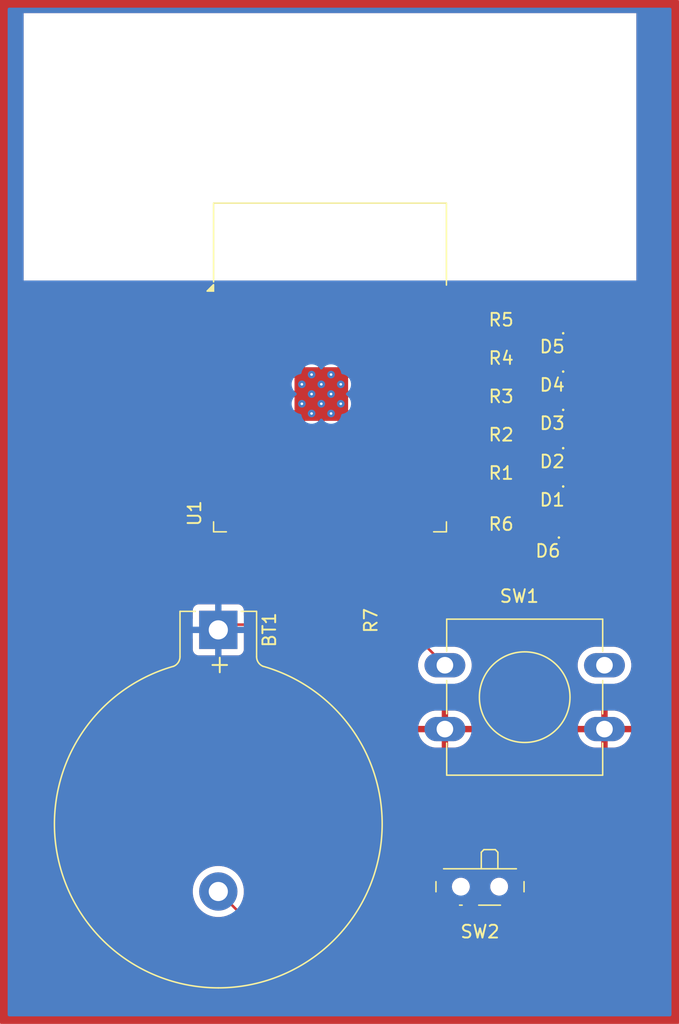
<source format=kicad_pcb>
(kicad_pcb (version 20241229) (generator "pcbnew") (generator_version "9.0")
  (layers (0 "F.Cu" signal) (2 "B.Cu" signal) (13 "F.Paste" user) (15 "B.Paste" user) (5 "F.SilkS" user "F.Silkscreen") (7 "B.SilkS" user "B.Silkscreen") (1 "F.Mask" user) (3 "B.Mask" user) (25 "Edge.Cuts" user))
  (net 0 "")
  (net 1 "+3.3V")
  (net 2 "Net-(BT1--)")
  (net 3 "GND")
  (net 4 "Net-(D1-A)")
  (net 5 "Net-(D2-A)")
  (net 6 "Net-(D3-A)")
  (net 7 "Net-(D4-A)")
  (net 8 "Net-(D5-A)")
  (net 9 "Net-(D6-A)")
  (net 10 "/LED1")
  (net 11 "/LED2")
  (net 12 "/LED3")
  (net 13 "/LED4")
  (net 14 "/LED5")
  (net 15 "/LED6")
  (net 16 "/Button")
  (footprint "Resistor_SMD:R_0201_0603Metric" (layer "F.Cu") (at 133.155 76)
    (property "Reference" "R5" (at 0 -1.05 0) (layer "F.SilkS"))
    (property "Value" "330R")
    (pad "1" smd roundrect (at -0.32 0) (size 0.46 0.4) (layers "F.Cu" "F.Mask") (net 14 "/LED5"))
    (pad "2" smd roundrect (at 0.32 0) (size 0.46 0.4) (layers "F.Cu" "F.Mask") (net 8 "Net-(D5-A)"))
  )
  (footprint "LED_SMD:LED_0201_0603Metric" (layer "F.Cu") (at 137.155 88 180)
    (property "Reference" "D1" (at 0 -1.05 0) (layer "F.SilkS"))
    (property "Value" "LED")
    (fp_circle (center -0.86 0) (end -0.81 0) (stroke (width 0.1)) (fill no) (layer "F.SilkS"))
    (pad "1" smd roundrect (at -0.32 0 180) (size 0.46 0.4) (layers "F.Cu" "F.Mask") (net 3 "GND"))
    (pad "2" smd roundrect (at 0.32 0 180) (size 0.46 0.4) (layers "F.Cu" "F.Mask") (net 4 "Net-(D1-A)"))
  )
  (footprint "LED_SMD:LED_0201_0603Metric" (layer "F.Cu") (at 137.155 82 180)
    (property "Reference" "D3" (at 0 -1.05 0) (layer "F.SilkS"))
    (property "Value" "LED")
    (fp_circle (center -0.86 0) (end -0.81 0) (stroke (width 0.1)) (fill no) (layer "F.SilkS"))
    (pad "1" smd roundrect (at -0.32 0 180) (size 0.46 0.4) (layers "F.Cu" "F.Mask") (net 3 "GND"))
    (pad "2" smd roundrect (at 0.32 0 180) (size 0.46 0.4) (layers "F.Cu" "F.Mask") (net 6 "Net-(D3-A)"))
  )
  (footprint "Resistor_SMD:R_0201_0603Metric" (layer "F.Cu") (at 133.155 92)
    (property "Reference" "R6" (at 0 -1.05 0) (layer "F.SilkS"))
    (property "Value" "330R")
    (pad "1" smd roundrect (at -0.32 0) (size 0.46 0.4) (layers "F.Cu" "F.Mask") (net 15 "/LED6"))
    (pad "2" smd roundrect (at 0.32 0) (size 0.46 0.4) (layers "F.Cu" "F.Mask") (net 9 "Net-(D6-A)"))
  )
  (footprint "Battery:BatteryHolder_Keystone_104_1x23mm" (layer "F.Cu") (at 111.000001 99.23 -90)
    (property "Reference" "BT1" (at 0 -4 90) (layer "F.SilkS"))
    (property "Value" "Battery_Cell")
    (fp_line (start -1.45 3) (end 2.1 3) (stroke (width 0.12)) (layer "F.SilkS"))
    (fp_line (start -1.45 1.8) (end -1.45 3) (stroke (width 0.12)) (layer "F.SilkS"))
    (fp_line (start -1.45 -1.8) (end -1.45 -3) (stroke (width 0.12)) (layer "F.SilkS"))
    (fp_line (start -1.45 -3) (end 2.1 -3) (stroke (width 0.12)) (layer "F.SilkS"))
    (fp_arc (start 2.1 3) (mid 2.550694 3.136459) (end 2.85 3.5) (stroke (width 0.12)) (layer "F.SilkS"))
    (fp_arc (start 28.03617 0) (mid 16.966716 12.714122) (end 2.85 3.5) (stroke (width 0.12)) (layer "F.SilkS"))
    (fp_arc (start 2.85 -3.5) (mid 16.966716 -12.714122) (end 28.03617 0) (stroke (width 0.12)) (layer "F.SilkS"))
    (fp_arc (start 2.85 -3.5) (mid 2.550694 -3.136459) (end 2.1 -3) (stroke (width 0.12)) (layer "F.SilkS"))
    (fp_text user "+" (at 2.75 0 90) (layer "F.SilkS") (effects (font (size 1.5 1.5))))
    (pad "1" thru_hole rect (at 0 0 270) (size 3 3) (drill 1.5) (layers "*.Cu" "*.Mask") (net 1 "+3.3V"))
    (pad "2" thru_hole circle (at 20.49 0 270) (size 3 3) (drill 1.5) (layers "*.Cu" "*.Mask") (net 2 "Net-(BT1--)"))
  )
  (footprint "Resistor_SMD:R_0201_0603Metric" (layer "F.Cu") (at 133.155 85)
    (property "Reference" "R2" (at 0 -1.05 0) (layer "F.SilkS"))
    (property "Value" "330R")
    (pad "1" smd roundrect (at -0.32 0) (size 0.46 0.4) (layers "F.Cu" "F.Mask") (net 11 "/LED2"))
    (pad "2" smd roundrect (at 0.32 0) (size 0.46 0.4) (layers "F.Cu" "F.Mask") (net 5 "Net-(D2-A)"))
  )
  (footprint "RF_Module:ESP32-WROOM-32" (layer "F.Cu") (at 119.75 81.67)
    (property "Reference" "U1" (at -10.61 8.43 90) (layer "F.SilkS"))
    (property "Value" "ESP32-WROOM-32")
    (fp_line (start -9.12 -15.86) (end -9.12 -9.7) (stroke (width 0.12)) (layer "F.SilkS"))
    (fp_line (start -9.12 -15.86) (end 9.12 -15.86) (stroke (width 0.12)) (layer "F.SilkS"))
    (fp_line (start -9.12 9.1) (end -9.12 9.88) (stroke (width 0.12)) (layer "F.SilkS"))
    (fp_line (start -9.12 9.88) (end -8.12 9.88) (stroke (width 0.12)) (layer "F.SilkS"))
    (fp_line (start 9.12 -15.86) (end 9.12 -9.445) (stroke (width 0.12)) (layer "F.SilkS"))
    (fp_line (start 9.12 9.1) (end 9.12 9.88) (stroke (width 0.12)) (layer "F.SilkS"))
    (fp_line (start 9.12 9.88) (end 8.12 9.88) (stroke (width 0.12)) (layer "F.SilkS"))
    (fp_poly (pts (xy -9.125 -8.975) (xy -9.625 -8.975) (xy -9.125 -9.475) (xy -9.125 -8.975)) (stroke (width 0.12)) (fill yes) (layer "F.SilkS"))
    (pad "1" smd rect (at -8.75 -8.25) (size 1.5 0.9) (layers "F.Cu" "F.Mask" "F.Paste") (net 3 "GND"))
    (pad "2" smd rect (at -8.75 -6.98) (size 1.5 0.9) (layers "F.Cu" "F.Mask" "F.Paste") (net 1 "+3.3V"))
    (pad "3" smd rect (at -8.75 -5.71) (size 1.5 0.9) (layers "F.Cu" "F.Mask" "F.Paste"))
    (pad "4" smd rect (at -8.75 -4.44) (size 1.5 0.9) (layers "F.Cu" "F.Mask" "F.Paste"))
    (pad "5" smd rect (at -8.75 -3.17) (size 1.5 0.9) (layers "F.Cu" "F.Mask" "F.Paste"))
    (pad "6" smd rect (at -8.75 -1.9) (size 1.5 0.9) (layers "F.Cu" "F.Mask" "F.Paste"))
    (pad "7" smd rect (at -8.75 -0.63) (size 1.5 0.9) (layers "F.Cu" "F.Mask" "F.Paste"))
    (pad "8" smd rect (at -8.75 0.64) (size 1.5 0.9) (layers "F.Cu" "F.Mask" "F.Paste"))
    (pad "9" smd rect (at -8.75 1.91) (size 1.5 0.9) (layers "F.Cu" "F.Mask" "F.Paste"))
    (pad "10" smd rect (at -8.75 3.18) (size 1.5 0.9) (layers "F.Cu" "F.Mask" "F.Paste"))
    (pad "11" smd rect (at -8.75 4.45) (size 1.5 0.9) (layers "F.Cu" "F.Mask" "F.Paste"))
    (pad "12" smd rect (at -8.75 5.72) (size 1.5 0.9) (layers "F.Cu" "F.Mask" "F.Paste"))
    (pad "13" smd rect (at -8.75 6.99) (size 1.5 0.9) (layers "F.Cu" "F.Mask" "F.Paste"))
    (pad "14" smd rect (at -8.75 8.26) (size 1.5 0.9) (layers "F.Cu" "F.Mask" "F.Paste"))
    (pad "15" smd rect (at -5.71 9.51 90) (size 1.5 0.9) (layers "F.Cu" "F.Mask" "F.Paste") (net 3 "GND"))
    (pad "16" smd rect (at -4.44 9.51 90) (size 1.5 0.9) (layers "F.Cu" "F.Mask" "F.Paste"))
    (pad "17" smd rect (at -3.17 9.51 90) (size 1.5 0.9) (layers "F.Cu" "F.Mask" "F.Paste"))
    (pad "18" smd rect (at -1.9 9.51 90) (size 1.5 0.9) (layers "F.Cu" "F.Mask" "F.Paste"))
    (pad "19" smd rect (at -0.63 9.51 90) (size 1.5 0.9) (layers "F.Cu" "F.Mask" "F.Paste"))
    (pad "20" smd rect (at 0.64 9.51 90) (size 1.5 0.9) (layers "F.Cu" "F.Mask" "F.Paste"))
    (pad "21" smd rect (at 1.91 9.51 90) (size 1.5 0.9) (layers "F.Cu" "F.Mask" "F.Paste"))
    (pad "22" smd rect (at 3.18 9.51 90) (size 1.5 0.9) (layers "F.Cu" "F.Mask" "F.Paste"))
    (pad "23" smd rect (at 4.45 9.51 90) (size 1.5 0.9) (layers "F.Cu" "F.Mask" "F.Paste"))
    (pad "24" smd rect (at 5.72 9.51 90) (size 1.5 0.9) (layers "F.Cu" "F.Mask" "F.Paste"))
    (pad "25" smd rect (at 8.75 8.26) (size 1.5 0.9) (layers "F.Cu" "F.Mask" "F.Paste"))
    (pad "26" smd rect (at 8.75 6.99) (size 1.5 0.9) (layers "F.Cu" "F.Mask" "F.Paste") (net 15 "/LED6"))
    (pad "27" smd rect (at 8.75 5.72) (size 1.5 0.9) (layers "F.Cu" "F.Mask" "F.Paste"))
    (pad "28" smd rect (at 8.75 4.45) (size 1.5 0.9) (layers "F.Cu" "F.Mask" "F.Paste"))
    (pad "29" smd rect (at 8.75 3.18) (size 1.5 0.9) (layers "F.Cu" "F.Mask" "F.Paste") (net 16 "/Button"))
    (pad "30" smd rect (at 8.75 1.91) (size 1.5 0.9) (layers "F.Cu" "F.Mask" "F.Paste") (net 10 "/LED1"))
    (pad "31" smd rect (at 8.75 0.64) (size 1.5 0.9) (layers "F.Cu" "F.Mask" "F.Paste") (net 11 "/LED2"))
    (pad "32" smd rect (at 8.75 -0.63) (size 1.5 0.9) (layers "F.Cu" "F.Mask" "F.Paste"))
    (pad "33" smd rect (at 8.75 -1.9) (size 1.5 0.9) (layers "F.Cu" "F.Mask" "F.Paste") (net 12 "/LED3"))
    (pad "34" smd rect (at 8.75 -3.17) (size 1.5 0.9) (layers "F.Cu" "F.Mask" "F.Paste"))
    (pad "35" smd rect (at 8.75 -4.44) (size 1.5 0.9) (layers "F.Cu" "F.Mask" "F.Paste"))
    (pad "36" smd rect (at 8.75 -5.71) (size 1.5 0.9) (layers "F.Cu" "F.Mask" "F.Paste") (net 13 "/LED4"))
    (pad "37" smd rect (at 8.75 -6.98) (size 1.5 0.9) (layers "F.Cu" "F.Mask" "F.Paste") (net 14 "/LED5"))
    (pad "38" smd rect (at 8.75 -8.25) (size 1.5 0.9) (layers "F.Cu" "F.Mask" "F.Paste") (net 3 "GND"))
    (pad "39" smd rect (at -2.205 -2.435) (size 1.05 1.05) (layers "F.Cu" "F.Paste") (net 3 "GND"))
    (pad "39" thru_hole circle (at -2.205 -1.6725) (size 0.6 0.6) (drill 0.2) (property pad_prop_heatsink) (layers "*.Cu" "F.Mask") (net 3 "GND"))
    (pad "39" smd rect (at -2.205 -0.91) (size 1.05 1.05) (layers "F.Cu" "F.Paste") (net 3 "GND"))
    (pad "39" thru_hole circle (at -2.205 -0.1475) (size 0.6 0.6) (drill 0.2) (property pad_prop_heatsink) (layers "*.Cu" "F.Mask") (net 3 "GND"))
    (pad "39" smd rect (at -2.205 0.615) (size 1.05 1.05) (layers "F.Cu" "F.Paste") (net 3 "GND"))
    (pad "39" thru_hole circle (at -1.4425 -2.435) (size 0.6 0.6) (drill 0.2) (property pad_prop_heatsink) (layers "*.Cu" "F.Mask") (net 3 "GND"))
    (pad "39" thru_hole circle (at -1.4425 -0.91) (size 0.6 0.6) (drill 0.2) (property pad_prop_heatsink) (layers "*.Cu" "F.Mask") (net 3 "GND"))
    (pad "39" thru_hole circle (at -1.4425 0.615) (size 0.6 0.6) (drill 0.2) (property pad_prop_heatsink) (layers "*.Cu" "F.Mask") (net 3 "GND"))
    (pad "39" smd rect (at -0.68 -2.435) (size 1.05 1.05) (layers "F.Cu" "F.Paste") (net 3 "GND"))
    (pad "39" thru_hole circle (at -0.68 -1.6725) (size 0.6 0.6) (drill 0.2) (property pad_prop_heatsink) (layers "*.Cu" "F.Mask") (net 3 "GND"))
    (pad "39" smd rect (at -0.68 -0.91) (size 1.05 1.05) (layers "F.Cu" "F.Paste") (net 3 "GND"))
    (pad "39" smd rect (at -0.68 -0.91) (size 4.2 4.2) (property pad_prop_heatsink) (layers "F.Cu" "F.Mask") (net 3 "GND"))
    (pad "39" thru_hole circle (at -0.68 -0.1475) (size 0.6 0.6) (drill 0.2) (property pad_prop_heatsink) (layers "*.Cu" "F.Mask") (net 3 "GND"))
    (pad "39" smd rect (at -0.68 0.615) (size 1.05 1.05) (layers "F.Cu" "F.Paste") (net 3 "GND"))
    (pad "39" thru_hole circle (at 0.0825 -2.435) (size 0.6 0.6) (drill 0.2) (property pad_prop_heatsink) (layers "*.Cu" "F.Mask") (net 3 "GND"))
    (pad "39" thru_hole circle (at 0.0825 -0.91) (size 0.6 0.6) (drill 0.2) (property pad_prop_heatsink) (layers "*.Cu" "F.Mask") (net 3 "GND"))
    (pad "39" thru_hole circle (at 0.0825 0.615) (size 0.6 0.6) (drill 0.2) (property pad_prop_heatsink) (layers "*.Cu" "F.Mask") (net 3 "GND"))
    (pad "39" smd rect (at 0.845 -2.435) (size 1.05 1.05) (layers "F.Cu" "F.Paste") (net 3 "GND"))
    (pad "39" thru_hole circle (at 0.845 -1.6725) (size 0.6 0.6) (drill 0.2) (property pad_prop_heatsink) (layers "*.Cu" "F.Mask") (net 3 "GND"))
    (pad "39" smd rect (at 0.845 -0.91) (size 1.05 1.05) (layers "F.Cu" "F.Paste") (net 3 "GND"))
    (pad "39" thru_hole circle (at 0.845 -0.1475) (size 0.6 0.6) (drill 0.2) (property pad_prop_heatsink) (layers "*.Cu" "F.Mask") (net 3 "GND"))
    (pad "39" smd rect (at 0.845 0.615) (size 1.05 1.05) (layers "F.Cu" "F.Paste") (net 3 "GND"))
    (zone (net 0) (net_name "") (layers "F.Cu" "B.Cu") (connect_pads (clearance 0)) (min_thickness 0.254)
      (keepout (tracks not_allowed) (vias not_allowed) (pads not_allowed) (copperpour not_allowed) (footprints not_allowed))
      (fill (thermal_gap 0.508) (thermal_bridge_width 0.508))
      (polygon (pts (xy 95.75 71.87) (xy 143.75 71.87) (xy 143.75 50.93) (xy 95.75 50.93)))
    )
  )
  (footprint "LED_SMD:LED_0201_0603Metric" (layer "F.Cu") (at 136.82 92 180)
    (property "Reference" "D6" (at 0 -1.05 0) (layer "F.SilkS"))
    (property "Value" "LED")
    (fp_circle (center -0.86 0) (end -0.81 0) (stroke (width 0.1)) (fill no) (layer "F.SilkS"))
    (pad "1" smd roundrect (at -0.32 0 180) (size 0.46 0.4) (layers "F.Cu" "F.Mask") (net 3 "GND"))
    (pad "2" smd roundrect (at 0.32 0 180) (size 0.46 0.4) (layers "F.Cu" "F.Mask") (net 9 "Net-(D6-A)"))
  )
  (footprint "Resistor_SMD:R_0201_0603Metric" (layer "F.Cu") (at 133.155 82)
    (property "Reference" "R3" (at 0 -1.05 0) (layer "F.SilkS"))
    (property "Value" "330R")
    (pad "1" smd roundrect (at -0.32 0) (size 0.46 0.4) (layers "F.Cu" "F.Mask") (net 12 "/LED3"))
    (pad "2" smd roundrect (at 0.32 0) (size 0.46 0.4) (layers "F.Cu" "F.Mask") (net 6 "Net-(D3-A)"))
  )
  (footprint "Button_Switch_THT:SW_PUSH-12mm" (layer "F.Cu") (at 128.75 102)
    (property "Reference" "SW1" (at 5.83 -5.41 0) (layer "F.SilkS"))
    (property "Value" "SW_Push")
    (fp_line (start 0.14 -3.61) (end 0.14 -1.1) (stroke (width 0.12)) (layer "F.SilkS"))
    (fp_line (start 0.14 -3.61) (end 12.36 -3.61) (stroke (width 0.12)) (layer "F.SilkS"))
    (fp_line (start 0.14 1.2) (end 0.14 3.8) (stroke (width 0.12)) (layer "F.SilkS"))
    (fp_line (start 0.14 6.1) (end 0.14 8.61) (stroke (width 0.12)) (layer "F.SilkS"))
    (fp_line (start 12.36 -3.61) (end 12.36 -1.1) (stroke (width 0.12)) (layer "F.SilkS"))
    (fp_line (start 12.36 1.2) (end 12.36 3.8) (stroke (width 0.12)) (layer "F.SilkS"))
    (fp_line (start 12.36 6.1) (end 12.36 8.61) (stroke (width 0.12)) (layer "F.SilkS"))
    (fp_line (start 12.36 8.61) (end 0.14 8.61) (stroke (width 0.12)) (layer "F.SilkS"))
    (fp_circle (center 6.25 2.5) (end 9.8 2.5) (stroke (width 0.12)) (fill no) (layer "F.SilkS"))
    (pad "1" thru_hole oval (at 0 0) (size 3.2 1.9) (drill 1.3) (layers "*.Cu" "*.Mask") (net 16 "/Button"))
    (pad "1" thru_hole oval (at 12.5 0) (size 3.2 1.9) (drill 1.3) (layers "*.Cu" "*.Mask") (net 16 "/Button"))
    (pad "2" thru_hole oval (at 0 5) (size 3.2 1.9) (drill 1.3) (layers "*.Cu" "*.Mask") (net 3 "GND"))
    (pad "2" thru_hole oval (at 12.5 5) (size 3.2 1.9) (drill 1.3) (layers "*.Cu" "*.Mask") (net 3 "GND"))
  )
  (footprint "Resistor_SMD:R_0201_0603Metric" (layer "F.Cu") (at 133.155 79)
    (property "Reference" "R4" (at 0 -1.05 0) (layer "F.SilkS"))
    (property "Value" "330R")
    (pad "1" smd roundrect (at -0.32 0) (size 0.46 0.4) (layers "F.Cu" "F.Mask") (net 13 "/LED4"))
    (pad "2" smd roundrect (at 0.32 0) (size 0.46 0.4) (layers "F.Cu" "F.Mask") (net 7 "Net-(D4-A)"))
  )
  (footprint "LED_SMD:LED_0201_0603Metric" (layer "F.Cu") (at 137.155 76 180)
    (property "Reference" "D5" (at 0 -1.05 0) (layer "F.SilkS"))
    (property "Value" "LED")
    (fp_circle (center -0.86 0) (end -0.81 0) (stroke (width 0.1)) (fill no) (layer "F.SilkS"))
    (pad "1" smd roundrect (at -0.32 0 180) (size 0.46 0.4) (layers "F.Cu" "F.Mask") (net 3 "GND"))
    (pad "2" smd roundrect (at 0.32 0 180) (size 0.46 0.4) (layers "F.Cu" "F.Mask") (net 8 "Net-(D5-A)"))
  )
  (footprint "Resistor_SMD:R_0201_0603Metric" (layer "F.Cu") (at 133.155 88)
    (property "Reference" "R1" (at 0 -1.05 0) (layer "F.SilkS"))
    (property "Value" "330R")
    (pad "1" smd roundrect (at -0.32 0) (size 0.46 0.4) (layers "F.Cu" "F.Mask") (net 10 "/LED1"))
    (pad "2" smd roundrect (at 0.32 0) (size 0.46 0.4) (layers "F.Cu" "F.Mask") (net 4 "Net-(D1-A)"))
  )
  (footprint "Resistor_SMD:R_0201_0603Metric" (layer "F.Cu") (at 124 98.5 90)
    (property "Reference" "R7" (at 0 -1.05 90) (layer "F.SilkS"))
    (property "Value" "10k")
    (pad "1" smd roundrect (at -0.32 0 90) (size 0.46 0.4) (layers "F.Cu" "F.Mask") (net 1 "+3.3V"))
    (pad "2" smd roundrect (at 0.32 0 90) (size 0.46 0.4) (layers "F.Cu" "F.Mask") (net 16 "/Button"))
  )
  (footprint "LED_SMD:LED_0201_0603Metric" (layer "F.Cu") (at 137.155 85 180)
    (property "Reference" "D2" (at 0 -1.05 0) (layer "F.SilkS"))
    (property "Value" "LED")
    (fp_circle (center -0.86 0) (end -0.81 0) (stroke (width 0.1)) (fill no) (layer "F.SilkS"))
    (pad "1" smd roundrect (at -0.32 0 180) (size 0.46 0.4) (layers "F.Cu" "F.Mask") (net 3 "GND"))
    (pad "2" smd roundrect (at 0.32 0 180) (size 0.46 0.4) (layers "F.Cu" "F.Mask") (net 5 "Net-(D2-A)"))
  )
  (footprint "Button_Switch_SMD:SW_SPDT_PCM12" (layer "F.Cu") (at 131.5 119.67 180)
    (property "Reference" "SW2" (at 0 -3.2 0) (layer "F.SilkS"))
    (property "Value" "SW_SPDT")
    (fp_line (start 3.45 0.72) (end 3.45 -0.07) (stroke (width 0.12)) (layer "F.SilkS"))
    (fp_line (start 1.4 -1.12) (end 1.6 -1.12) (stroke (width 0.12)) (layer "F.SilkS"))
    (fp_line (start -0.1 3.02) (end -0.1 1.73) (stroke (width 0.12)) (layer "F.SilkS"))
    (fp_line (start -0.1 3.02) (end -0.3 3.23) (stroke (width 0.12)) (layer "F.SilkS"))
    (fp_line (start -1.2 3.23) (end -0.3 3.23) (stroke (width 0.12)) (layer "F.SilkS"))
    (fp_line (start -1.4 3.02) (end -1.2 3.23) (stroke (width 0.12)) (layer "F.SilkS"))
    (fp_line (start -1.4 1.73) (end -1.4 3.02) (stroke (width 0.12)) (layer "F.SilkS"))
    (fp_line (start -1.6 -1.12) (end 0.1 -1.12) (stroke (width 0.12)) (layer "F.SilkS"))
    (fp_line (start -2.85 1.73) (end 2.85 1.73) (stroke (width 0.12)) (layer "F.SilkS"))
    (fp_line (start -3.45 -0.07) (end -3.45 0.72) (stroke (width 0.12)) (layer "F.SilkS"))
    (pad "" smd rect (at -3.65 -0.78 180) (size 1 0.8) (layers "F.Cu" "F.Mask" "F.Paste"))
    (pad "" smd rect (at -3.65 1.43 180) (size 1 0.8) (layers "F.Cu" "F.Mask" "F.Paste"))
    (pad "" np_thru_hole circle (at -1.5 0.33 180) (size 0.9 0.9) (drill 0.9) (layers "*.Cu" "*.Mask"))
    (pad "" np_thru_hole circle (at 1.5 0.33 180) (size 0.9 0.9) (drill 0.9) (layers "*.Cu" "*.Mask"))
    (pad "" smd rect (at 3.65 -0.78 180) (size 1 0.8) (layers "F.Cu" "F.Mask" "F.Paste"))
    (pad "" smd rect (at 3.65 1.43 180) (size 1 0.8) (layers "F.Cu" "F.Mask" "F.Paste"))
    (pad "1" smd rect (at -2.25 -1.43 180) (size 0.7 1.5) (layers "F.Cu" "F.Mask" "F.Paste"))
    (pad "2" smd rect (at 0.75 -1.43 180) (size 0.7 1.5) (layers "F.Cu" "F.Mask" "F.Paste") (net 3 "GND"))
    (pad "3" smd rect (at 2.25 -1.43 180) (size 0.7 1.5) (layers "F.Cu" "F.Mask" "F.Paste") (net 2 "Net-(BT1--)"))
  )
  (footprint "LED_SMD:LED_0201_0603Metric" (layer "F.Cu") (at 137.155 79 180)
    (property "Reference" "D4" (at 0 -1.05 0) (layer "F.SilkS"))
    (property "Value" "LED")
    (fp_circle (center -0.86 0) (end -0.81 0) (stroke (width 0.1)) (fill no) (layer "F.SilkS"))
    (pad "1" smd roundrect (at -0.32 0 180) (size 0.46 0.4) (layers "F.Cu" "F.Mask") (net 3 "GND"))
    (pad "2" smd roundrect (at 0.32 0 180) (size 0.46 0.4) (layers "F.Cu" "F.Mask") (net 7 "Net-(D4-A)"))
  )
  (gr_rect (start 94 50) (end 147 130) (stroke (width 0.2)) (fill no) (layer "F.Cu") (net 3))
  (segment (start 106.5 78.658) (end 106.5 97) (width 0.2) (layer "F.Cu") (net 1))
  (segment (start 111.410001 98.82) (end 111.000001 99.23) (width 0.2) (layer "F.Cu") (net 1))
  (segment (start 106.5 97) (end 108.73 99.23) (width 0.2) (layer "F.Cu") (net 1))
  (segment (start 124 98.82) (end 111.410001 98.82) (width 0.2) (layer "F.Cu") (net 1))
  (segment (start 110.468 74.69) (end 106.5 78.658) (width 0.2) (layer "F.Cu") (net 1))
  (segment (start 111 74.69) (end 110.468 74.69) (width 0.2) (layer "F.Cu") (net 1))
  (segment (start 108.73 99.23) (end 111.000001 99.23) (width 0.2) (layer "F.Cu") (net 1))
  (segment (start 129.25 121.1) (end 129.25 123.25) (width 0.2) (layer "F.Cu") (net 2))
  (segment (start 114.780002 123.5) (end 111.000001 119.72) (width 0.2) (layer "F.Cu") (net 2))
  (segment (start 129 123.5) (end 114.780002 123.5) (width 0.2) (layer "F.Cu") (net 2))
  (segment (start 129.25 123.25) (end 129 123.5) (width 0.2) (layer "F.Cu") (net 2))
  (segment (start 145 75.5) (end 145 77) (width 0.2) (layer "F.Cu") (net 3))
  (segment (start 144 76) (end 145 77) (width 0.2) (layer "F.Cu") (net 3))
  (segment (start 128.5 73.42) (end 142.92 73.42) (width 0.2) (layer "F.Cu") (net 3))
  (segment (start 137.14 92) (end 144 92) (width 0.2) (layer "F.Cu") (net 3))
  (segment (start 145 86) (end 145 89) (width 0.2) (layer "F.Cu") (net 3))
  (segment (start 144 82) (end 145 83) (width 0.2) (layer "F.Cu") (net 3))
  (segment (start 137.475 88) (end 144 88) (width 0.2) (layer "F.Cu") (net 3))
  (segment (start 141.25 107) (end 144.5 107) (width 0.2) (layer "F.Cu") (net 3))
  (segment (start 144.5 107) (end 145 106.5) (width 0.2) (layer "F.Cu") (net 3))
  (segment (start 130.75 121.1) (end 130.75 123.375) (width 0.2) (layer "F.Cu") (net 3))
  (segment (start 145 82.5) (end 145 83) (width 0.2) (layer "F.Cu") (net 3))
  (segment (start 145 120) (end 145 106.5) (width 0.2) (layer "F.Cu") (net 3))
  (segment (start 130.875 123.5) (end 141.5 123.5) (width 0.2) (layer "F.Cu") (net 3))
  (segment (start 145 93) (end 145 106.5) (width 0.2) (layer "F.Cu") (net 3))
  (segment (start 142.92 73.42) (end 145 75.5) (width 0.2) (layer "F.Cu") (net 3))
  (segment (start 137.475 85) (end 144 85) (width 0.2) (layer "F.Cu") (net 3))
  (segment (start 137.475 79) (end 144 79) (width 0.2) (layer "F.Cu") (net 3))
  (segment (start 145 77.5) (end 145 79) (width 0.2) (layer "F.Cu") (net 3))
  (segment (start 130.75 123.375) (end 130.875 123.5) (width 0.2) (layer "F.Cu") (net 3))
  (segment (start 144 85) (end 145 86) (width 0.2) (layer "F.Cu") (net 3))
  (segment (start 144 79) (end 145 80) (width 0.2) (layer "F.Cu") (net 3))
  (segment (start 141.5 123.5) (end 145 120) (width 0.2) (layer "F.Cu") (net 3))
  (segment (start 137.475 82) (end 144 82) (width 0.2) (layer "F.Cu") (net 3))
  (segment (start 144 88) (end 145 89) (width 0.2) (layer "F.Cu") (net 3))
  (segment (start 145 80) (end 145 82.5) (width 0.2) (layer "F.Cu") (net 3))
  (segment (start 144 92) (end 145 93) (width 0.2) (layer "F.Cu") (net 3))
  (segment (start 145 83) (end 145 86) (width 0.2) (layer "F.Cu") (net 3))
  (segment (start 145 79) (end 145 80) (width 0.2) (layer "F.Cu") (net 3))
  (segment (start 145 77) (end 145 77.5) (width 0.2) (layer "F.Cu") (net 3))
  (segment (start 137.475 76) (end 144 76) (width 0.2) (layer "F.Cu") (net 3))
  (segment (start 145 89) (end 145 93) (width 0.2) (layer "F.Cu") (net 3))
  (segment (start 133.475 88) (end 136.835 88) (width 0.2) (layer "F.Cu") (net 4))
  (segment (start 133.475 85) (end 136.835 85) (width 0.2) (layer "F.Cu") (net 5))
  (segment (start 133.475 82) (end 136.835 82) (width 0.2) (layer "F.Cu") (net 6))
  (segment (start 133.475 79) (end 136.835 79) (width 0.2) (layer "F.Cu") (net 7))
  (segment (start 133.475 76) (end 136.835 76) (width 0.2) (layer "F.Cu") (net 8))
  (segment (start 133.475 92) (end 136.5 92) (width 0.2) (layer "F.Cu") (net 9))
  (segment (start 129.45 83.58) (end 132.835 86.965) (width 0.2) (layer "F.Cu") (net 10))
  (segment (start 132.835 86.965) (end 132.835 88) (width 0.2) (layer "F.Cu") (net 10))
  (segment (start 128.5 83.58) (end 129.45 83.58) (width 0.2) (layer "F.Cu") (net 10))
  (segment (start 128.5 82.31) (end 130.145 82.31) (width 0.2) (layer "F.Cu") (net 11))
  (segment (start 130.145 82.31) (end 132.835 85) (width 0.2) (layer "F.Cu") (net 11))
  (segment (start 131.68 82) (end 132.835 82) (width 0.2) (layer "F.Cu") (net 12))
  (segment (start 128.5 79.77) (end 129.45 79.77) (width 0.2) (layer "F.Cu") (net 12))
  (segment (start 129.45 79.77) (end 131.68 82) (width 0.2) (layer "F.Cu") (net 12))
  (segment (start 132 79) (end 132.835 79) (width 0.2) (layer "F.Cu") (net 13))
  (segment (start 128.96 75.96) (end 132 79) (width 0.2) (layer "F.Cu") (net 13))
  (segment (start 128.5 75.96) (end 128.96 75.96) (width 0.2) (layer "F.Cu") (net 13))
  (segment (start 131.525 74.69) (end 132.835 76) (width 0.2) (layer "F.Cu") (net 14))
  (segment (start 128.5 74.69) (end 131.525 74.69) (width 0.2) (layer "F.Cu") (net 14))
  (segment (start 129.495 88.66) (end 132.835 92) (width 0.2) (layer "F.Cu") (net 15))
  (segment (start 128.5 88.66) (end 129.495 88.66) (width 0.2) (layer "F.Cu") (net 15))
  (segment (start 127.55 84.85) (end 128.5 84.85) (width 0.2) (layer "F.Cu") (net 16))
  (segment (start 125.875 99.125) (end 128.75 102) (width 0.2) (layer "F.Cu") (net 16))
  (segment (start 127.449 84.951) (end 127.55 84.85) (width 0.2) (layer "F.Cu") (net 16))
  (segment (start 125.875 99.125) (end 127.449 97.551) (width 0.2) (layer "F.Cu") (net 16))
  (segment (start 127.449 97.551) (end 127.449 84.951) (width 0.2) (layer "F.Cu") (net 16))
  (segment (start 124 98.18) (end 124.93 98.18) (width 0.2) (layer "F.Cu") (net 16))
  (segment (start 124.93 98.18) (end 125.875 99.125) (width 0.2) (layer "F.Cu") (net 16))
  (zone (net 3) (net_name "GND") (layer "F.Cu") (connect_pads (clearance 0.5)) (min_thickness 0.25) (fill yes (thermal_gap 0.5) (thermal_bridge_width 0.5))
    (polygon (pts (xy 94 50) (xy 94 130) (xy 147 130) (xy 147 50)))
  )
  (zone (net 1) (net_name "+3.3V") (layer "B.Cu") (priority 1) (connect_pads (clearance 0.5)) (min_thickness 0.25) (fill yes (thermal_gap 0.5) (thermal_bridge_width 0.5))
    (polygon (pts (xy 94.5 50.5) (xy 146.5 50.5) (xy 146.5 129.5) (xy 94.5 129.5)))
  )
)
</source>
